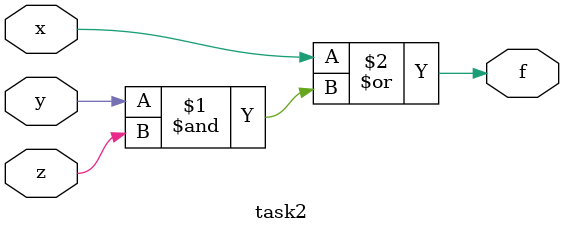
<source format=v>
module task2(x, y, z, f);
	input x, y, z;
	output f;
    
	assign f = x | (y&z);
endmodule

</source>
